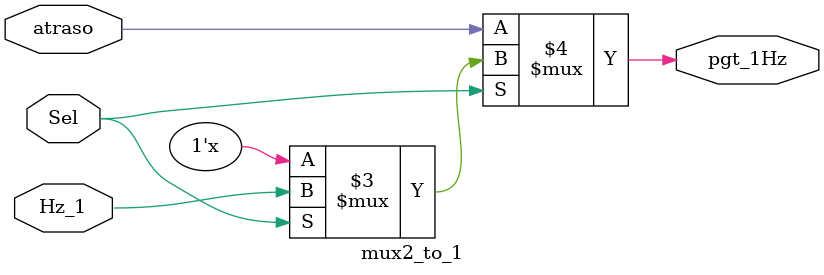
<source format=v>
module mux2_to_1(output wire pgt_1Hz,
                input wire atraso,  Hz_1 , Sel);

assign pgt_1Hz = (Sel == 1'b0) ? atraso :
                 (Sel == 1'b1) ?  Hz_1 :
                 1'bX;

endmodule

</source>
